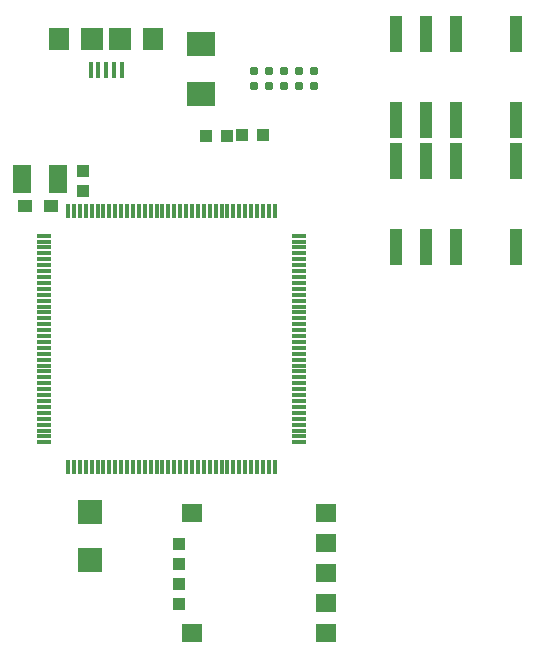
<source format=gbr>
G04 EAGLE Gerber RS-274X export*
G75*
%MOMM*%
%FSLAX34Y34*%
%LPD*%
%INSolderpaste Top*%
%IPPOS*%
%AMOC8*
5,1,8,0,0,1.08239X$1,22.5*%
G01*
%ADD10R,1.000000X1.100000*%
%ADD11R,1.100000X1.000000*%
%ADD12R,1.600000X2.400000*%
%ADD13R,2.000000X2.000000*%
%ADD14R,0.400000X1.350000*%
%ADD15R,1.800000X1.900000*%
%ADD16R,1.900000X1.900000*%
%ADD17C,0.787400*%
%ADD18R,1.000000X3.160000*%
%ADD19R,1.200000X1.000000*%
%ADD20R,1.200000X0.300000*%
%ADD21R,0.300000X1.200000*%
%ADD22R,1.651000X1.524000*%
%ADD23R,2.400000X2.100000*%


D10*
X213100Y400600D03*
X213100Y417600D03*
D11*
X335000Y447800D03*
X318000Y447800D03*
X348500Y448000D03*
X365500Y448000D03*
D12*
X192000Y411300D03*
X162000Y411300D03*
D13*
X219000Y128820D03*
X219000Y88820D03*
D14*
X233100Y503050D03*
X226600Y503050D03*
X239600Y503050D03*
X246100Y503050D03*
X220100Y503050D03*
D15*
X193100Y529800D03*
D16*
X221100Y529800D03*
X245100Y529800D03*
D15*
X273100Y529800D03*
D17*
X371300Y502850D03*
X384000Y502850D03*
X384000Y490150D03*
X371300Y490150D03*
X358600Y490150D03*
X396700Y502850D03*
X409400Y502850D03*
X396700Y490150D03*
X409400Y490150D03*
X358600Y502850D03*
D18*
X580100Y426300D03*
X529300Y426300D03*
X503900Y426300D03*
X478500Y426300D03*
X478500Y353900D03*
X503900Y353900D03*
X529300Y353900D03*
X580100Y353900D03*
D19*
X186400Y388400D03*
X164400Y388400D03*
D10*
X294700Y84700D03*
X294700Y101700D03*
X295000Y50900D03*
X295000Y67900D03*
D20*
X396290Y188090D03*
X396290Y193090D03*
X396290Y198090D03*
X396290Y203090D03*
X396290Y208090D03*
X396290Y213090D03*
X396290Y218090D03*
X396290Y223090D03*
X396290Y228090D03*
X396290Y233090D03*
X396290Y238090D03*
X396290Y243090D03*
X396290Y248090D03*
X396290Y253090D03*
X396290Y258090D03*
X396290Y263090D03*
X396290Y268090D03*
X396290Y273090D03*
X396290Y278090D03*
X396290Y283090D03*
X396290Y288090D03*
X396290Y293090D03*
X396290Y298090D03*
X396290Y303090D03*
X396290Y308090D03*
X396290Y313090D03*
X396290Y318090D03*
X396290Y323090D03*
X396290Y328090D03*
X396290Y333090D03*
X396290Y338090D03*
X396290Y343090D03*
X396290Y348090D03*
X396290Y353090D03*
X396290Y358090D03*
X396290Y363090D03*
D21*
X375790Y383590D03*
X370790Y383590D03*
X365790Y383590D03*
X360790Y383590D03*
X355790Y383590D03*
X350790Y383590D03*
X345790Y383590D03*
X340790Y383590D03*
X335790Y383590D03*
X330790Y383590D03*
X325790Y383590D03*
X320790Y383590D03*
X315790Y383590D03*
X310790Y383590D03*
X305790Y383590D03*
X300790Y383590D03*
X295790Y383590D03*
X290790Y383590D03*
X285790Y383590D03*
X280790Y383590D03*
X275790Y383590D03*
X270790Y383590D03*
X265790Y383590D03*
X260790Y383590D03*
X255790Y383590D03*
X250790Y383590D03*
X245790Y383590D03*
X240790Y383590D03*
X235790Y383590D03*
X230790Y383590D03*
X225790Y383590D03*
X220790Y383590D03*
X215790Y383590D03*
X210790Y383590D03*
X205790Y383590D03*
X200790Y383590D03*
D20*
X180290Y363090D03*
X180290Y358090D03*
X180290Y353090D03*
X180290Y348090D03*
X180290Y343090D03*
X180290Y338090D03*
X180290Y333090D03*
X180290Y328090D03*
X180290Y323090D03*
X180290Y318090D03*
X180290Y313090D03*
X180290Y308090D03*
X180290Y303090D03*
X180290Y298090D03*
X180290Y293090D03*
X180290Y288090D03*
X180290Y283090D03*
X180290Y278090D03*
X180290Y273090D03*
X180290Y268090D03*
X180290Y263090D03*
X180290Y258090D03*
X180290Y253090D03*
X180290Y248090D03*
X180290Y243090D03*
X180290Y238090D03*
X180290Y233090D03*
X180290Y228090D03*
X180290Y223090D03*
X180290Y218090D03*
X180290Y213090D03*
X180290Y208090D03*
X180290Y203090D03*
X180290Y198090D03*
X180290Y193090D03*
X180290Y188090D03*
D21*
X200790Y167590D03*
X205790Y167590D03*
X210790Y167590D03*
X215790Y167590D03*
X220790Y167590D03*
X225790Y167590D03*
X230790Y167590D03*
X235790Y167590D03*
X240790Y167590D03*
X245790Y167590D03*
X250790Y167590D03*
X255790Y167590D03*
X260790Y167590D03*
X265790Y167590D03*
X270790Y167590D03*
X275790Y167590D03*
X280790Y167590D03*
X285790Y167590D03*
X290790Y167590D03*
X295790Y167590D03*
X300790Y167590D03*
X305790Y167590D03*
X310790Y167590D03*
X315790Y167590D03*
X320790Y167590D03*
X325790Y167590D03*
X330790Y167590D03*
X335790Y167590D03*
X340790Y167590D03*
X345790Y167590D03*
X350790Y167590D03*
X355790Y167590D03*
X360790Y167590D03*
X365790Y167590D03*
X370790Y167590D03*
X375790Y167590D03*
D22*
X306100Y128000D03*
X306100Y26400D03*
X419130Y26400D03*
X419130Y51800D03*
X419130Y77200D03*
X419130Y102600D03*
X419130Y128000D03*
D23*
X313170Y525330D03*
X313170Y483330D03*
D18*
X579700Y533700D03*
X528900Y533700D03*
X503500Y533700D03*
X478100Y533700D03*
X478100Y461300D03*
X503500Y461300D03*
X528900Y461300D03*
X579700Y461300D03*
M02*

</source>
